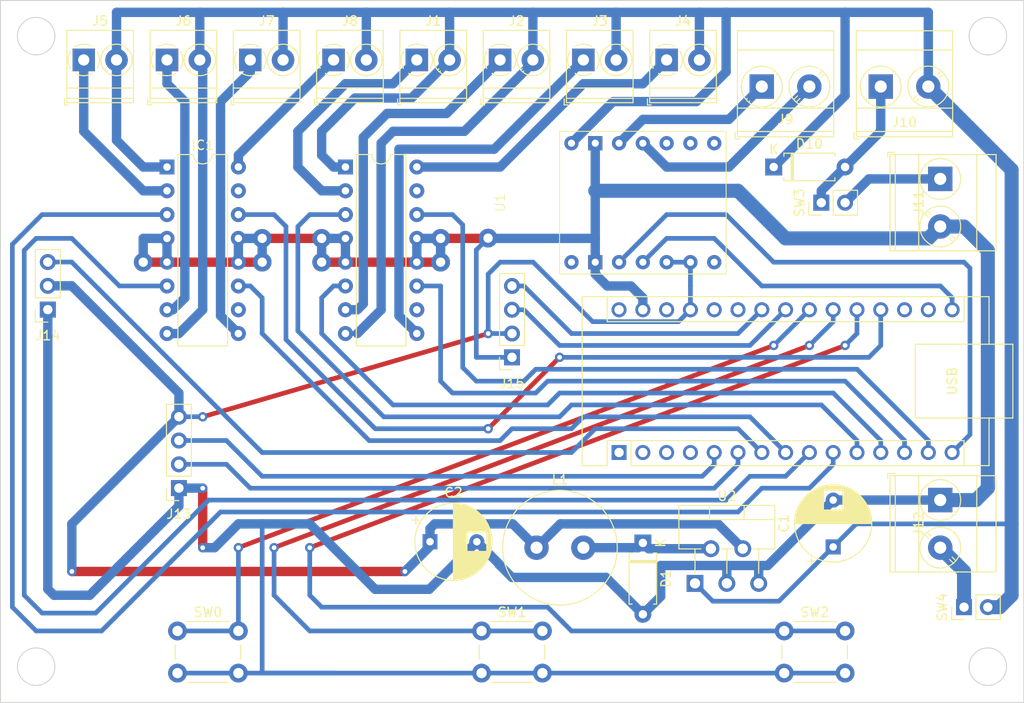
<source format=kicad_pcb>
(kicad_pcb (version 20221018) (generator pcbnew)
  (layers (0 "F.Cu" signal) (31 "B.Cu" signal) (34 "B.Paste" user) (35 "F.Paste" user) (36 "B.SilkS" user "B.Silkscreen") (37 "F.SilkS" user "F.Silkscreen") (38 "B.Mask" user) (39 "F.Mask" user) (44 "Edge.Cuts" user))
  (net 0 "")
  (net 4 "Net-(A1-D2)")
  (net 5 "Net-(A1-D3)")
  (net 6 "Net-(A1-D4)")
  (net 7 "Net-(A1-D5)")
  (net 8 "Net-(A1-D6)")
  (net 9 "Net-(A1-D7)")
  (net 10 "Net-(A1-D8)")
  (net 11 "Net-(A1-D9)")
  (net 12 "Net-(A1-D10)")
  (net 13 "Net-(A1-D11)")
  (net 14 "Net-(A1-D12)")
  (net 15 "Net-(A1-D13)")
  (net 18 "Net-(A1-A0)")
  (net 19 "Net-(A1-A1)")
  (net 20 "Net-(A1-A2)")
  (net 21 "Net-(A1-A3)")
  (net 22 "Net-(A1-A4)")
  (net 23 "Net-(A1-A5)")
  (net 28 "GND")
  (net 29 "Net-(D1-K)")
  (net 30 "+5V")
  (net 31 "Net-(D10-A)")
  (net 32 "Net-(J9-Pin_1)")
  (net 33 "+12V")
  (net 34 "Net-(J9-Pin_2)")
  (net 35 "Net-(IC1-O3)")
  (net 36 "Net-(IC1-O1)")
  (net 37 "Net-(IC1-O2)")
  (net 38 "Net-(IC1-O4)")
  (net 39 "Net-(IC3-O3)")
  (net 40 "Net-(IC3-O1)")
  (net 41 "Net-(IC3-O2)")
  (net 42 "Net-(J12-Pin_2)")
  (net 43 "Net-(IC3-O4)")
  (net 49 "Net-(J11-Pin_1)")
  (footprint "Package_TO_SOT_THT:TO-220-5_P3.4x3.7mm_StaggerOdd_Lead3.8mm_Vertical" (layer "F.Cu") (at 108.438 99.06)
    (fp_text reference "U2")
    (fp_text value "LM2575-5.0BT")
  )
  (footprint "Connector_PinHeader_2.54mm:PinHeader_1x02_P2.54mm_Vertical" (layer "F.Cu") (at 137.16 101.6 90)
    (fp_text reference "SW4")
    (fp_text value "SW_DPST_x2")
  )
  (footprint "TerminalBlock_Phoenix:TerminalBlock_Phoenix_PT-1,5-2-3.5-H_1x02_P3.50mm_Horizontal" (layer "F.Cu") (at 78.74 43.18)
    (fp_text reference "J1")
    (fp_text value "PIN11" hide)
  )
  (footprint "TerminalBlock_Phoenix:TerminalBlock_Phoenix_PT-1,5-2-3.5-H_1x02_P3.50mm_Horizontal" (layer "F.Cu") (at 52.07 43.18)
    (fp_text reference "J6")
    (fp_text value "PIN6")
  )
  (footprint "Inductor_THT:L_Radial_D12.0mm_P5.00mm_Fastron_11P" (layer "F.Cu") (at 91.52 95.25)
    (fp_text reference "L1")
    (fp_text value "330")
  )
  (footprint "Button_Switch_THT:SW_PUSH_6mm" (layer "F.Cu") (at 53.19 104.14)
    (fp_text reference "SW0")
    (fp_text value "PIN_A0")
  )
  (footprint "TerminalBlock_Phoenix:TerminalBlock_Phoenix_PT-1,5-2-3.5-H_1x02_P3.50mm_Horizontal" (layer "F.Cu") (at 60.96 43.18)
    (fp_text reference "J7")
    (fp_text value "PIN5")
  )
  (footprint "TerminalBlock_Phoenix:TerminalBlock_Phoenix_MKDS-3-2-5.08_1x02_P5.08mm_Horizontal" (layer "F.Cu") (at 115.565 46.02)
    (fp_text reference "J9")
    (fp_text value "PUMP")
  )
  (footprint "Connector_PinSocket_2.54mm:PinSocket_1x03_P2.54mm_Vertical" (layer "F.Cu") (at 39.345 69.835 180)
    (fp_text reference "J14")
    (fp_text value "SERVO")
  )
  (footprint "Button_Switch_THT:SW_PUSH_6mm" (layer "F.Cu") (at 117.96 104.14)
    (fp_text reference "SW2")
    (fp_text value "PIN_A2")
  )
  (footprint "Button_Switch_THT:SW_PUSH_6mm" (layer "F.Cu") (at 85.65 104.14)
    (fp_text reference "SW1")
    (fp_text value "PIN_A1")
  )
  (footprint "Package_DIP:DIP-16_W7.62mm" (layer "F.Cu") (at 52.07 54.61)
    (fp_text reference "IC1")
    (fp_text value "ULN2065B")
  )
  (footprint "Connector_PinSocket_2.54mm:PinSocket_1x04_P2.54mm_Vertical" (layer "F.Cu") (at 88.9 74.93 180)
    (fp_text reference "J15")
    (fp_text value "LCD")
  )
  (footprint "Pololu_breakout_DRV8874:Pololu_breakout_DRV8874" (layer "F.Cu") (at 102.87 58.42 90)
    (fp_text reference "U1")
    (fp_text value "~")
  )
  (footprint "TerminalBlock_Phoenix:TerminalBlock_Phoenix_PT-1,5-2-3.5-H_1x02_P3.50mm_Horizontal" (layer "F.Cu") (at 105.41 43.18)
    (fp_text reference "J4")
    (fp_text value "PIN8")
  )
  (footprint "TerminalBlock_Phoenix:TerminalBlock_Phoenix_PT-1,5-2-3.5-H_1x02_P3.50mm_Horizontal" (layer "F.Cu") (at 96.52 43.18)
    (fp_text reference "J3")
    (fp_text value "PIN9")
  )
  (footprint "TerminalBlock_Phoenix:TerminalBlock_Phoenix_PT-1,5-2-3.5-H_1x02_P3.50mm_Horizontal" (layer "F.Cu") (at 69.85 43.18)
    (fp_text reference "J8")
    (fp_text value "PINA0" hide)
  )
  (footprint "TerminalBlock_Phoenix:TerminalBlock_Phoenix_PT-1,5-2-3.5-H_1x02_P3.50mm_Horizontal" (layer "F.Cu") (at 87.63 43.18)
    (fp_text reference "J2")
    (fp_text value "PIN10" hide)
  )
  (footprint "Capacitor_THT:CP_Radial_D8.0mm_P5.00mm" (layer "F.Cu") (at 123.19 95.17 90)
    (fp_text reference "C1")
    (fp_text value "100")
  )
  (footprint "Connector_PinHeader_2.54mm:PinHeader_1x02_P2.54mm_Vertical" (layer "F.Cu") (at 121.92 58.42 90)
    (fp_text reference "SW3")
    (fp_text value "SW_DPST_x2")
  )
  (footprint "Capacitor_THT:CP_Radial_D8.0mm_P5.00mm" (layer "F.Cu") (at 80.147349 94.615)
    (fp_text reference "C2")
    (fp_text value "330")
  )
  (footprint "TerminalBlock_Phoenix:TerminalBlock_Phoenix_PT-1,5-2-3.5-H_1x02_P3.50mm_Horizontal" (layer "F.Cu") (at 43.18 43.18)
    (fp_text reference "J5")
    (fp_text value "PIN7")
  )
  (footprint "Diode_THT:D_A-405_P7.62mm_Horizontal" (layer "F.Cu") (at 102.87 94.742 -90)
    (fp_text reference "D1")
    (fp_text value "1N5819WS")
  )
  (footprint "TerminalBlock_Phoenix:TerminalBlock_Phoenix_MKDS-3-2-5.08_1x02_P5.08mm_Horizontal" (layer "F.Cu") (at 134.62 90.165 -90)
    (fp_text reference "J12")
    (fp_text value "PWR_IN")
  )
  (footprint "Module:Arduino_Nano" (layer "F.Cu") (at 100.33 85.09 90)
    (fp_text reference "A1" hide)
    (fp_text value "Arduino_Nano_v3.x" hide)
  )
  (footprint "TerminalBlock_Phoenix:TerminalBlock_Phoenix_MKDS-3-2-5.08_1x02_P5.08mm_Horizontal" (layer "F.Cu") (at 134.62 55.88 -90)
    (fp_text reference "J11")
    (fp_text value "FILTER_SENSOR")
  )
  (footprint "TerminalBlock_Phoenix:TerminalBlock_Phoenix_MKDS-3-2-5.08_1x02_P5.08mm_Horizontal" (layer "F.Cu") (at 128.265 46.02)
    (fp_text reference "J10")
    (fp_text value "FILTER_PUMP")
  )
  (footprint "Connector_PinSocket_2.54mm:PinSocket_1x04_P2.54mm_Vertical" (layer "F.Cu") (at 53.34 88.89 180)
    (fp_text reference "J13")
    (fp_text value "HX711")
  )
  (footprint "Package_DIP:DIP-16_W7.62mm" (layer "F.Cu") (at 71.12 54.61)
    (fp_text reference "IC3" hide)
    (fp_text value "ULN2065B")
  )
  (footprint "Diode_THT:D_A-405_P7.62mm_Horizontal" (layer "F.Cu") (at 116.84 54.61)
    (fp_text reference "D10")
    (fp_text value "1N5819WS")
  )
  (gr_circle (center 139.7 107.95) (end 141.7 107.95) (stroke (width 0.1)) (fill none) (layer "Edge.Cuts"))
  (gr_circle (center 139.7 40.64) (end 141.7 40.64) (stroke (width 0.1)) (fill none) (layer "Edge.Cuts"))
  (gr_circle (center 38.1 40.64) (end 40.1 40.64) (stroke (width 0.1)) (fill none) (layer "Edge.Cuts"))
  (gr_circle (center 38.1 107.95) (end 40.1 107.95) (stroke (width 0.1)) (fill none) (layer "Edge.Cuts"))
  (gr_rect (start 34.29 36.83) (end 143.5354 111.77) (stroke (width 0.1)) (fill none) (layer "Edge.Cuts"))
  (segment (start 110.49 86.36) (end 110.49 85.09) (width 0.5) (layer "B.Cu") (net 4))
  (segment (start 53.34 83.81) (end 58.41 83.81) (width 0.5) (layer "B.Cu") (net 4))
  (segment (start 62.23 87.63) (end 109.22 87.63) (width 0.5) (layer "B.Cu") (net 4))
  (segment (start 109.22 87.63) (end 110.49 86.36) (width 0.5) (layer "B.Cu") (net 4))
  (segment (start 58.41 83.81) (end 62.23 87.63) (width 0.5) (layer "B.Cu") (net 4))
  (segment (start 58.41 86.35) (end 53.34 86.35) (width 0.5) (layer "B.Cu") (net 5))
  (segment (start 113.03 86.36) (end 110.49 88.9) (width 0.5) (layer "B.Cu") (net 5))
  (segment (start 110.49 88.9) (end 60.96 88.9) (width 0.5) (layer "B.Cu") (net 5))
  (segment (start 113.03 85.09) (end 113.03 86.36) (width 0.5) (layer "B.Cu") (net 5))
  (segment (start 60.96 88.9) (end 58.41 86.35) (width 0.5) (layer "B.Cu") (net 5))
  (segment (start 62.23 85.09) (end 95.25 85.09) (width 0.5) (layer "B.Cu") (net 6))
  (segment (start 95.25 85.09) (end 97.79 82.55) (width 0.5) (layer "B.Cu") (net 6))
  (segment (start 41.895 64.755) (end 62.23 85.09) (width 0.5) (layer "B.Cu") (net 6))
  (segment (start 113.03 82.55) (end 115.57 85.09) (width 0.5) (layer "B.Cu") (net 6))
  (segment (start 39.345 64.755) (end 41.895 64.755) (width 0.5) (layer "B.Cu") (net 6))
  (segment (start 97.79 82.55) (end 113.03 82.55) (width 0.5) (layer "B.Cu") (net 6))
  (segment (start 62.23 72.39) (end 73.66 83.82) (width 0.5) (layer "B.Cu") (net 7))
  (segment (start 62.23 68.58) (end 62.23 72.39) (width 0.5) (layer "B.Cu") (net 7))
  (segment (start 95.25 82.55) (end 96.52 81.28) (width 0.5) (layer "B.Cu") (net 7))
  (segment (start 60.96 67.31) (end 62.23 68.58) (width 0.5) (layer "B.Cu") (net 7))
  (segment (start 73.66 83.82) (end 87.63 83.82) (width 0.5) (layer "B.Cu") (net 7))
  (segment (start 114.3 81.28) (end 118.11 85.09) (width 0.5) (layer "B.Cu") (net 7))
  (segment (start 87.63 83.82) (end 88.9 82.55) (width 0.5) (layer "B.Cu") (net 7))
  (segment (start 88.9 82.55) (end 95.25 82.55) (width 0.5) (layer "B.Cu") (net 7))
  (segment (start 96.52 81.28) (end 114.3 81.28) (width 0.5) (layer "B.Cu") (net 7))
  (segment (start 59.69 67.31) (end 60.96 67.31) (width 0.5) (layer "B.Cu") (net 7))
  (segment (start 46.99 67.31) (end 52.07 67.31) (width 0.5) (layer "B.Cu") (net 8))
  (segment (start 38.1 62.23) (end 41.91 62.23) (width 0.5) (layer "B.Cu") (net 8))
  (segment (start 38.735 102.235) (end 36.83 100.33) (width 0.5) (layer "B.Cu") (net 8))
  (segment (start 120.65 85.09) (end 118.11 87.63) (width 0.5) (layer "B.Cu") (net 8))
  (segment (start 44.45 102.235) (end 38.735 102.235) (width 0.5) (layer "B.Cu") (net 8))
  (segment (start 56.515 90.17) (end 44.45 102.235) (width 0.5) (layer "B.Cu") (net 8))
  (segment (start 36.83 100.33) (end 36.83 63.5) (width 0.5) (layer "B.Cu") (net 8))
  (segment (start 114.3 87.63) (end 111.76 90.17) (width 0.5) (layer "B.Cu") (net 8))
  (segment (start 118.11 87.63) (end 114.3 87.63) (width 0.5) (layer "B.Cu") (net 8))
  (segment (start 41.91 62.23) (end 46.99 67.31) (width 0.5) (layer "B.Cu") (net 8))
  (segment (start 36.83 63.5) (end 38.1 62.23) (width 0.5) (layer "B.Cu") (net 8))
  (segment (start 111.76 90.17) (end 56.515 90.17) (width 0.5) (layer "B.Cu") (net 8))
  (segment (start 52.07 59.69) (end 38.735 59.69) (width 0.5) (layer "B.Cu") (net 9))
  (segment (start 38.735 59.69) (end 35.56 62.865) (width 0.5) (layer "B.Cu") (net 9))
  (segment (start 57.785 91.44) (end 113.03 91.44) (width 0.5) (layer "B.Cu") (net 9))
  (segment (start 35.56 62.865) (end 35.56 101.6) (width 0.5) (layer "B.Cu") (net 9))
  (segment (start 120.65 88.9) (end 123.19 86.36) (width 0.5) (layer "B.Cu") (net 9))
  (segment (start 123.19 86.36) (end 123.19 85.09) (width 0.5) (layer "B.Cu") (net 9))
  (segment (start 115.57 88.9) (end 120.65 88.9) (width 0.5) (layer "B.Cu") (net 9))
  (segment (start 35.56 101.6) (end 38.1 104.14) (width 0.5) (layer "B.Cu") (net 9))
  (segment (start 113.03 91.44) (end 115.57 88.9) (width 0.5) (layer "B.Cu") (net 9))
  (segment (start 38.1 104.14) (end 45.085 104.14) (width 0.5) (layer "B.Cu") (net 9))
  (segment (start 45.085 104.14) (end 57.785 91.44) (width 0.5) (layer "B.Cu") (net 9))
  (segment (start 93.98 81.28) (end 75.21005 81.28) (width 0.5) (layer "B.Cu") (net 10))
  (segment (start 66.04 72.10995) (end 66.04 70.540101) (width 0.5) (layer "B.Cu") (net 10))
  (segment (start 125.73 85.09) (end 125.73 83.81) (width 0.5) (layer "B.Cu") (net 10))
  (segment (start 125.73 83.81) (end 121.93 80.01) (width 0.5) (layer "B.Cu") (net 10))
  (segment (start 75.21005 81.28) (end 66.04 72.10995) (width 0.5) (layer "B.Cu") (net 10))
  (segment (start 121.93 80.01) (end 95.25 80.01) (width 0.5) (layer "B.Cu") (net 10))
  (segment (start 66.04 70.540101) (end 66.04 60.96) (width 0.5) (layer "B.Cu") (net 10))
  (segment (start 95.25 80.01) (end 93.98 81.28) (width 0.5) (layer "B.Cu") (net 10))
  (segment (start 66.04 60.96) (end 67.31 59.69) (width 0.5) (layer "B.Cu") (net 10))
  (segment (start 67.31 59.69) (end 71.12 59.69) (width 0.5) (layer "B.Cu") (net 10))
  (segment (start 69.85 67.31) (end 71.12 67.31) (width 0.5) (layer "B.Cu") (net 11))
  (segment (start 68.58 72.39) (end 68.58 68.58) (width 0.5) (layer "B.Cu") (net 11))
  (segment (start 92.71 80.01) (end 76.2 80.01) (width 0.5) (layer "B.Cu") (net 11))
  (segment (start 123.2 78.74) (end 93.98 78.74) (width 0.5) (layer "B.Cu") (net 11))
  (segment (start 68.58 68.58) (end 69.85 67.31) (width 0.5) (layer "B.Cu") (net 11))
  (segment (start 128.27 85.09) (end 128.27 83.81) (width 0.5) (layer "B.Cu") (net 11))
  (segment (start 93.98 78.74) (end 92.71 80.01) (width 0.5) (layer "B.Cu") (net 11))
  (segment (start 128.27 83.81) (end 123.2 78.74) (width 0.5) (layer "B.Cu") (net 11))
  (segment (start 76.2 80.01) (end 68.58 72.39) (width 0.5) (layer "B.Cu") (net 11))
  (segment (start 82.55 78.74) (end 91.44 78.74) (width 0.5) (layer "B.Cu") (net 12))
  (segment (start 92.71 77.47) (end 124.47 77.47) (width 0.5) (layer "B.Cu") (net 12))
  (segment (start 81.28 67.31) (end 81.28 77.47) (width 0.5) (layer "B.Cu") (net 12))
  (segment (start 124.47 77.47) (end 130.81 83.81) (width 0.5) (layer "B.Cu") (net 12))
  (segment (start 91.44 78.74) (end 92.71 77.47) (width 0.5) (layer "B.Cu") (net 12))
  (segment (start 81.28 77.47) (end 82.55 78.74) (width 0.5) (layer "B.Cu") (net 12))
  (segment (start 130.81 83.81) (end 130.81 85.09) (width 0.5) (layer "B.Cu") (net 12))
  (segment (start 78.74 67.31) (end 81.28 67.31) (width 0.5) (layer "B.Cu") (net 12))
  (segment (start 82.55 59.69) (end 83.64 60.78) (width 0.5) (layer "B.Cu") (net 13))
  (segment (start 83.64 76.02) (end 85.09 77.47) (width 0.5) (layer "B.Cu") (net 13))
  (segment (start 78.74 59.69) (end 82.55 59.69) (width 0.5) (layer "B.Cu") (net 13))
  (segment (start 91.44 76.2) (end 125.74 76.2) (width 0.5) (layer "B.Cu") (net 13))
  (segment (start 83.64 60.78) (end 83.64 76.02) (width 0.5) (layer "B.Cu") (net 13))
  (segment (start 85.09 77.47) (end 90.17 77.47) (width 0.5) (layer "B.Cu") (net 13))
  (segment (start 90.17 77.47) (end 91.44 76.2) (width 0.5) (layer "B.Cu") (net 13))
  (segment (start 133.35 83.81) (end 133.35 85.09) (width 0.5) (layer "B.Cu") (net 13))
  (segment (start 125.74 76.2) (end 133.35 83.81) (width 0.5) (layer "B.Cu") (net 13))
  (segment (start 116.84 64.77) (end 137.16 64.77) (width 0.5) (layer "B.Cu") (net 14))
  (segment (start 137.795 65.405) (end 137.795 83.185) (width 0.5) (layer "B.Cu") (net 14))
  (segment (start 111.76 59.69) (end 116.84 64.77) (width 0.5) (layer "B.Cu") (net 14))
  (segment (start 137.795 83.185) (end 135.89 85.09) (width 0.5) (layer "B.Cu") (net 14))
  (segment (start 105.41 59.69) (end 111.76 59.69) (width 0.5) (layer "B.Cu") (net 14))
  (segment (start 100.33 64.77) (end 105.41 59.69) (width 0.5) (layer "B.Cu") (net 14))
  (segment (start 137.16 64.77) (end 137.795 65.405) (width 0.5) (layer "B.Cu") (net 14))
  (segment (start 102.87 64.77) (end 105.41 62.23) (width 0.5) (layer "B.Cu") (net 15))
  (segment (start 134.63 67.31) (end 135.89 68.57) (width 0.5) (layer "B.Cu") (net 15))
  (segment (start 115.57 67.31) (end 134.63 67.31) (width 0.5) (layer "B.Cu") (net 15))
  (segment (start 110.49 62.23) (end 115.57 67.31) (width 0.5) (layer "B.Cu") (net 15))
  (segment (start 135.89 68.57) (end 135.89 69.85) (width 0.5) (layer "B.Cu") (net 15))
  (segment (start 105.41 62.23) (end 110.49 62.23) (width 0.5) (layer "B.Cu") (net 15))
  (segment (start 86.36 82.55) (end 93.98 74.93) (width 0.5) (layer "F.Cu") (net 18))
  (via (at 93.98 74.93) (size 1) (drill 0.5) (layers "F.Cu" "B.Cu") (net 18))
  (via (at 86.36 82.55) (size 1) (drill 0.5) (layers "F.Cu" "B.Cu") (net 18))
  (segment (start 64.77 73.025) (end 64.77 60.96) (width 0.5) (layer "B.Cu") (net 18))
  (segment (start 74.295 82.55) (end 64.77 73.025) (width 0.5) (layer "B.Cu") (net 18))
  (segment (start 128.27 73.66) (end 128.27 69.85) (width 0.5) (layer "B.Cu") (net 18))
  (segment (start 127 74.93) (end 128.27 73.66) (width 0.5) (layer "B.Cu") (net 18))
  (segment (start 93.98 74.93) (end 127 74.93) (width 0.5) (layer "B.Cu") (net 18))
  (segment (start 63.5 59.69) (end 59.69 59.69) (width 0.5) (layer "B.Cu") (net 18))
  (segment (start 64.77 60.96) (end 63.5 59.69) (width 0.5) (layer "B.Cu") (net 18))
  (segment (start 86.36 82.55) (end 74.295 82.55) (width 0.5) (layer "B.Cu") (net 18))
  (segment (start 67.31 95.25) (end 124.46 73.66) (width 0.5) (layer "F.Cu") (net 19))
  (via (at 67.31 95.25) (size 1) (drill 0.5) (layers "F.Cu" "B.Cu") (net 19))
  (via (at 124.46 73.66) (size 1) (drill 0.5) (layers "F.Cu" "B.Cu") (net 19))
  (segment (start 117.96 104.14) (end 124.46 104.14) (width 0.5) (layer "B.Cu") (net 19))
  (segment (start 125.73 72.39) (end 124.46 73.66) (width 0.5) (layer "B.Cu") (net 19))
  (segment (start 95.25 104.14) (end 117.96 104.14) (width 0.5) (layer "B.Cu") (net 19))
  (segment (start 68.58 101.6) (end 92.71 101.6) (width 0.5) (layer "B.Cu") (net 19))
  (segment (start 67.31 100.33) (end 68.58 101.6) (width 0.5) (layer "B.Cu") (net 19))
  (segment (start 67.31 95.25) (end 67.31 100.33) (width 0.5) (layer "B.Cu") (net 19))
  (segment (start 92.71 101.6) (end 95.25 104.14) (width 0.5) (layer "B.Cu") (net 19))
  (segment (start 125.73 69.85) (end 125.73 72.39) (width 0.5) (layer "B.Cu") (net 19))
  (segment (start 63.5 95.25) (end 120.65 73.66) (width 0.5) (layer "F.Cu") (net 20))
  (via (at 63.5 95.25) (size 1) (drill 0.5) (layers "F.Cu" "B.Cu") (net 20))
  (via (at 120.65 73.66) (size 1) (drill 0.5) (layers "F.Cu" "B.Cu") (net 20))
  (segment (start 123.19 71.12) (end 120.65 73.66) (width 0.5) (layer "B.Cu") (net 20))
  (segment (start 123.19 69.85) (end 123.19 71.12) (width 0.5) (layer "B.Cu") (net 20))
  (segment (start 63.5 100.33) (end 67.31 104.14) (width 0.5) (layer "B.Cu") (net 20))
  (segment (start 67.31 104.14) (end 85.65 104.14) (width 0.5) (layer "B.Cu") (net 20))
  (segment (start 85.65 104.14) (end 92.15 104.14) (width 0.5) (layer "B.Cu") (net 20))
  (segment (start 63.5 95.25) (end 63.5 100.33) (width 0.5) (layer "B.Cu") (net 20))
  (segment (start 59.69 95.25) (end 116.84 73.66) (width 0.5) (layer "F.Cu") (net 21))
  (via (at 116.84 73.66) (size 1) (drill 0.5) (layers "F.Cu" "B.Cu") (net 21))
  (via (at 59.69 95.25) (size 1) (drill 0.5) (layers "F.Cu" "B.Cu") (net 21))
  (segment (start 59.69 95.25) (end 59.69 104.14) (width 0.5) (layer "B.Cu") (net 21))
  (segment (start 120.65 69.85) (end 116.84 73.66) (width 0.5) (layer "B.Cu") (net 21))
  (segment (start 53.19 104.14) (end 59.69 104.14) (width 0.5) (layer "B.Cu") (net 21))
  (segment (start 93.98 73.66) (end 114.3 73.66) (width 0.5) (layer "B.Cu") (net 22))
  (segment (start 114.3 73.66) (end 118.11 69.85) (width 0.5) (layer "B.Cu") (net 22))
  (segment (start 90.17 69.85) (end 93.98 73.66) (width 0.5) (layer "B.Cu") (net 22))
  (segment (start 88.9 69.85) (end 90.17 69.85) (width 0.5) (layer "B.Cu") (net 22))
  (segment (start 113.03 72.39) (end 115.57 69.85) (width 0.5) (layer "B.Cu") (net 23))
  (segment (start 88.9 67.31) (end 90.17 67.31) (width 0.5) (layer "B.Cu") (net 23))
  (segment (start 95.25 72.39) (end 113.03 72.39) (width 0.5) (layer "B.Cu") (net 23))
  (segment (start 90.17 67.31) (end 95.25 72.39) (width 0.5) (layer "B.Cu") (net 23))
  (segment (start 81.28 62.23) (end 86.32029 62.23) (width 1) (layer "F.Cu") (net 28))
  (segment (start 59.69 64.77) (end 62.23 64.77) (width 1) (layer "F.Cu") (net 28))
  (segment (start 62.23 62.23) (end 68.58 62.23) (width 1) (layer "F.Cu") (net 28))
  (segment (start 55.88 88.9) (end 55.88 95.25) (width 1) (layer "F.Cu") (net 28))
  (segment (start 78.74 64.77) (end 81.28 64.77) (width 1) (layer "F.Cu") (net 28))
  (segment (start 68.58 64.77) (end 71.12 64.77) (width 1) (layer "F.Cu") (net 28))
  (segment (start 71.12 64.77) (end 78.74 64.77) (width 1) (layer "F.Cu") (net 28))
  (segment (start 49.53 64.77) (end 52.07 64.77) (width 1) (layer "F.Cu") (net 28))
  (segment (start 52.07 64.77) (end 59.69 64.77) (width 1) (layer "F.Cu") (net 28))
  (via (at 81.28 64.77) (size 2) (drill 1) (layers "F.Cu" "B.Cu") (net 28))
  (via (at 62.23 64.77) (size 2) (drill 1) (layers "F.Cu" "B.Cu") (net 28))
  (via (at 55.88 88.9) (size 1) (drill 0.5) (layers "F.Cu" "B.Cu") (net 28))
  (via (at 49.53 64.77) (size 2) (drill 1) (layers "F.Cu" "B.Cu") (net 28))
  (via (at 68.58 62.23) (size 2) (drill 1) (layers "F.Cu" "B.Cu") (net 28))
  (via (at 62.23 62.23) (size 2) (drill 1) (layers "F.Cu" "B.Cu") (net 28))
  (via (at 55.88 95.25) (size 1) (drill 0.5) (layers "F.Cu" "B.Cu") (net 28))
  (via (at 68.58 64.77) (size 2) (drill 1) (layers "F.Cu" "B.Cu") (net 28))
  (via (at 86.346763 62.203527) (size 2) (drill 1) (layers "F.Cu" "B.Cu") (net 28))
  (via (at 81.28 62.23) (size 2) (drill 1) (layers "F.Cu" "B.Cu") (net 28))
  (segment (start 57.15 95.25) (end 55.88 95.25) (width 1) (layer "B.Cu") (net 28))
  (segment (start 134.615 90.17) (end 134.62 90.165) (width 1) (layer "B.Cu") (net 28))
  (segment (start 71.12 62.23) (end 71.12 64.77) (width 1) (layer "B.Cu") (net 28))
  (segment (start 62.23 92.71) (end 62.23 108.64) (width 0.5) (layer "B.Cu") (net 28))
  (segment (start 97.79 57.15) (end 113.03 57.15) (width 1.5) (layer "B.Cu") (net 28))
  (segment (start 53.34 88.89) (end 55.87 88.89) (width 1) (layer "B.Cu") (net 28))
  (segment (start 102.87 68.58) (end 102.87 69.85) (width 1) (layer "B.Cu") (net 28))
  (segment (start 133.35 62.23) (end 134.62 60.96) (width 1.5) (layer "B.Cu") (net 28))
  (segment (start 52.07 62.23) (end 52.07 64.77) (width 1) (layer "B.Cu") (net 28))
  (segment (start 123.195 90.165) (end 123.19 90.17) (width 1) (layer "B.Cu") (net 28))
  (segment (start 82.55 108.64) (end 85.65 108.64) (width 0.5) (layer "B.Cu") (net 28))
  (segment (start 78.74 62.23) (end 81.28 62.23) (width 1) (layer "B.Cu") (net 28))
  (segment (start 111.838 99.06) (end 111.838 97.233) (width 1) (layer "B.Cu") (net 28))
  (segment (start 97.79 52.07) (end 97.79 62.23) (width 1) (layer "B.Cu") (net 28))
  (segment (start 53.19 108.64) (end 69.85 108.64) (width 0.5) (layer "B.Cu") (net 28))
  (segment (start 81.28 62.23) (end 81.28 64.77) (width 1) (layer "B.Cu") (net 28))
  (segment (start 134.62 90.17) (end 138.425 90.17) (width 1.5) (layer "B.Cu") (net 28))
  (segment (start 97.79 62.23) (end 97.79 64.77) (width 1) (layer "B.Cu") (net 28))
  (segment (start 59.69 92.71) (end 57.15 95.25) (width 1) (layer "B.Cu") (net 28))
  (segment (start 86.373236 62.23) (end 97.79 62.23) (width 1) (layer "B.Cu") (net 28))
  (segment (start 123.19 90.17) (end 116.205 97.155) (width 1) (layer "B.Cu") (net 28))
  (segment (start 98.933 98.425) (end 102.87 102.362) (width 1) (layer "B.Cu") (net 28))
  (segment (start 62.23 108.64) (end 69.85 108.64) (width 0.5) (layer "B.Cu") (net 28))
  (segment (start 62.23 92.71) (end 59.69 92.71) (width 1) (layer "B.Cu") (net 28))
  (segment (start 134.62 90.165) (end 123.195 90.165) (width 1) (layer "B.Cu") (net 28))
  (segment (start 139.7 88.895) (end 139.7 63.505) (width 1.5) (layer "B.Cu") (net 28))
  (segment (start 86.346763 62.203527) (end 85.09 63.46029) (width 0.5) (layer "B.Cu") (net 28))
  (segment (start 111.76 97.155) (end 104.775 97.155) (width 1) (layer "B.Cu") (net 28))
  (segment (start 71.12 62.23) (end 68.58 62.23) (width 1) (layer "B.Cu") (net 28))
  (segment (start 115.238 99.06) (end 115.238 97.458) (width 1) (layer "B.Cu") (net 28))
  (segment (start 104.775 100.457) (end 102.87 102.362) (width 1) (layer "B.Cu") (net 28))
  (segment (start 68.58 62.23) (end 68.58 64.77) (width 1) (layer "B.Cu") (net 28))
  (segment (start 113.03 57.15) (end 118.11 62.23) (width 1.5) (layer "B.Cu") (net 28))
  (segment (start 115.238 97.458) (end 114.935 97.155) (width 1) (layer "B.Cu") (net 28))
  (segment (start 86.32029 62.23) (end 86.346763 62.203527) (width 1) (layer "B.Cu") (net 28))
  (segment (start 55.87 88.89) (end 55.88 88.9) (width 0.5) (layer "B.Cu") (net 28))
  (segment (start 85.09 63.46029) (end 85.09 74.93) (width 0.5) (layer "B.Cu") (net 28))
  (segment (start 40.005 100.33) (end 43.815 100.33) (width 1) (layer "B.Cu") (net 28))
  (segment (start 49.53 62.23) (end 49.53 64.77) (width 1) (layer "B.Cu") (net 28))
  (segment (start 52.07 62.23) (end 49.53 62.23) (width 1) (layer "B.Cu") (net 28))
  (segment (start 88.9 98.425) (end 98.933 98.425) (width 1) (layer "B.Cu") (net 28))
  (segment (start 67.31 92.71) (end 62.23 92.71) (width 1) (layer "B.Cu") (net 28))
  (segment (start 78.74 62.23) (end 78.74 64.77) (width 1) (layer "B.Cu") (net 28))
  (segment (start 62.23 62.23) (end 62.23 64.77) (width 1) (layer "B.Cu") (net 28))
  (segment (start 59.69 62.23) (end 59.69 64.77) (width 1) (layer "B.Cu") (net 28))
  (segment (start 138.425 90.17) (end 139.7 88.895) (width 1.5) (layer "B.Cu") (net 28))
  (segment (start 80.067349 99.695) (end 74.295 99.695) (width 1) (layer "B.Cu") (net 28))
  (segment (start 116.205 97.155) (end 114.935 97.155) (width 1) (layer "B.Cu") (net 28))
  (segment (start 87.532349 97.057349) (end 88.9 98.425) (width 1) (layer "B.Cu") (net 28))
  (segment (start 59.69 62.23) (end 62.23 62.23) (width 1) (layer "B.Cu") (net 28))
  (segment (start 74.295 99.695) (end 67.31 92.71) (width 1) (layer "B.Cu") (net 28))
  (segment (start 139.7 63.505) (end 137.16 60.965) (width 1.5) (layer "B.Cu") (net 28))
  (segment (start 99.06 67.31) (end 101.6 67.31) (width 1) (layer "B.Cu") (net 28))
  (segment (start 85.147349 94.615) (end 87.532349 97) (width 1) (layer "B.Cu") (net 28))
  (segment (start 101.6 67.31) (end 102.87 68.58) (width 1) (layer "B.Cu") (net 28))
  (segment (start 86.346763 62.203527) (end 86.373236 62.23) (width 1) (layer "B.Cu") (net 28))
  (segment (start 97.79 66.04) (end 99.06 67.31) (width 1) (layer "B.Cu") (net 28))
  (segment (start 43.815 100.33) (end 53.34 90.805) (width 1) (layer "B.Cu") (net 28))
  (segment (start 85.147349 94.615) (end 80.067349 99.695) (width 1) (layer "B.Cu") (net 28))
  (segment (start 39.345 69.835) (end 39.345 99.67) (width 1) (layer "B.Cu") (net 28))
  (segment (start 97.79 64.77) (end 97.79 66.04) (width 1) (layer "B.Cu") (net 28))
  (segment (start 111.838 97.233) (end 111.76 97.155) (width 1) (layer "B.Cu") (net 28))
  (segment (start 39.345 99.67) (end 40.005 100.33) (width 1) (layer "B.Cu") (net 28))
  (segment (start 114.935 97.155) (end 111.76 97.155) (width 1) (layer "B.Cu") (net 28))
  (segment (start 53.34 90.805) (end 53.34 88.89) (width 1) (layer "B.Cu") (net 28))
  (segment (start 69.85 108.64) (end 82.55 108.64) (width 0.5) (layer "B.Cu") (net 28))
  (segment (start 118.11 62.23) (end 133.35 62.23) (width 1.5) (layer "B.Cu") (net 28))
  (segment (start 85.09 74.93) (end 88.9 74.93) (width 0.5) (layer "B.Cu") (net 28))
  (segment (start 124.46 108.64) (end 85.65 108.64) (width 0.5) (layer "B.Cu") (net 28))
  (segment (start 87.532349 97) (end 87.532349 97.057349) (width 1) (layer "B.Cu") (net 28))
  (segment (start 104.775 97.155) (end 104.775 100.457) (width 1) (layer "B.Cu") (net 28))
  (segment (start 137.16 60.965) (end 134.62 60.965) (width 1.5) (layer "B.Cu") (net 28))
  (segment (start 102.362 95.25) (end 102.87 94.742) (width 1) (layer "B.Cu") (net 29))
  (segment (start 96.52 95.25) (end 102.362 95.25) (width 1) (layer "B.Cu") (net 29))
  (segment (start 110.138 95.36) (end 103.488 95.36) (width 1) (layer "B.Cu") (net 29))
  (segment (start 103.488 95.36) (end 102.87 94.742) (width 1) (layer "B.Cu") (net 29))
  (segment (start 77.47 97.79) (end 41.91 97.79) (width 1) (layer "F.Cu") (net 30))
  (segment (start 55.88 81.28) (end 86.36 72.39) (width 0.5) (layer "F.Cu") (net 30))
  (via (at 86.36 72.39) (size 1) (drill 0.5) (layers "F.Cu" "B.Cu") (net 30))
  (via (at 41.91 97.79) (size 1) (drill 0.5) (layers "F.Cu" "B.Cu") (net 30))
  (via (at 55.88 81.28) (size 1) (drill 0.5) (layers "F.Cu" "B.Cu") (net 30))
  (via (at 77.47 97.79) (size 1) (drill 0.5) (layers "F.Cu" "B.Cu") (net 30))
  (segment (start 53.34 81.27) (end 55.87 81.27) (width 0.5) (layer "B.Cu") (net 30))
  (segment (start 107.95 64.77) (end 107.95 67.31) (width 0.5) (layer "B.Cu") (net 30))
  (segment (start 110.888 92.71) (end 113.538 95.36) (width 1) (layer "B.Cu") (net 30))
  (segment (start 107.95 67.31) (end 107.95 69.85) (width 0.5) (layer "B.Cu") (net 30))
  (segment (start 86.36 72.39) (end 86.36 66.04) (width 0.5) (layer "B.Cu") (net 30))
  (segment (start 80.645 92.71) (end 80.147349 93.207651) (width 1) (layer "B.Cu") (net 30))
  (segment (start 106.68 71.12) (end 107.95 69.85) (width 0.5) (layer "B.Cu") (net 30))
  (segment (start 94.06 92.71) (end 110.888 92.71) (width 1) (layer "B.Cu") (net 30))
  (segment (start 41.91 92.7) (end 53.34 81.27) (width 1) (layer "B.Cu") (net 30))
  (segment (start 88.98 92.71) (end 80.645 92.71) (width 1) (layer "B.Cu") (net 30))
  (segment (start 80.147349 93.207651) (end 80.147349 94.615) (width 1) (layer "B.Cu") (net 30))
  (segment (start 41.895 67.295) (end 53.34 78.74) (width 1) (layer "B.Cu") (net 30))
  (segment (start 91.52 95.25) (end 94.06 92.71) (width 1) (layer "B.Cu") (net 30))
  (segment (start 97.50995 71.12) (end 106.68 71.12) (width 0.5) (layer "B.Cu") (net 30))
  (segment (start 91.52 95.25) (end 88.98 92.71) (width 1) (layer "B.Cu") (net 30))
  (segment (start 87.63 64.77) (end 91.15995 64.77) (width 0.5) (layer "B.Cu") (net 30))
  (segment (start 88.9 72.39) (end 86.36 72.39) (width 0.5) (layer "B.Cu") (net 30))
  (segment (start 41.91 97.79) (end 41.91 92.7) (width 1) (layer "B.Cu") (net 30))
  (segment (start 86.36 66.04) (end 87.63 64.77) (width 0.5) (layer "B.Cu") (net 30))
  (segment (start 55.87 81.27) (end 55.88 81.28) (width 0.5) (layer "B.Cu") (net 30))
  (segment (start 105.41 64.77) (end 107.95 64.77) (width 0.5) (layer "B.Cu") (net 30))
  (segment (start 80.147349 95.112651) (end 80.147349 94.615) (width 0.5) (layer "B.Cu") (net 30))
  (segment (start 77.47 97.79) (end 80.147349 95.112651) (width 1) (layer "B.Cu") (net 30))
  (segment (start 91.15995 64.77) (end 97.50995 71.12) (width 0.5) (layer "B.Cu") (net 30))
  (segment (start 39.345 67.295) (end 41.895 67.295) (width 1) (layer "B.Cu") (net 30))
  (segment (start 53.34 78.74) (end 53.34 81.27) (width 1) (layer "B.Cu") (net 30))
  (segment (start 125.73 53.34) (end 128.265 50.805) (width 1) (layer "B.Cu") (net 31))
  (segment (start 121.92 58.42) (end 121.92 57.15) (width 1) (layer "B.Cu") (net 31))
  (segment (start 121.92 57.15) (end 125.73 53.34) (width 1) (layer "B.Cu") (net 31))
  (segment (start 128.265 50.805) (end 128.265 46.02) (width 1) (layer "B.Cu") (net 31))
  (segment (start 102.87 49.53) (end 112.055 49.53) (width 1) (layer "B.Cu") (net 32))
  (segment (start 100.33 52.07) (end 102.87 49.53) (width 1) (layer "B.Cu") (net 32))
  (segment (start 112.055 49.53) (end 115.565 46.02) (width 1) (layer "B.Cu") (net 32))
  (segment (start 55.88 69.85) (end 55.88 43.49) (width 1) (layer "B.Cu") (net 33))
  (segment (start 142.24 92.71) (end 142.24 54.915) (width 1.5) (layer "B.Cu") (net 33))
  (segment (start 55.57 38.1) (end 64.46 38.1) (width 1) (layer "B.Cu") (net 33))
  (segment (start 108.91 43.18) (end 108.91 38.1) (width 1) (layer "B.Cu") (net 33))
  (segment (start 74.93 69.85) (end 74.93 52.07) (width 1) (layer "B.Cu") (net 33))
  (segment (start 123.19 95.17) (end 125.65 92.71) (width 0.5) (layer "B.Cu") (net 33))
  (segment (start 139.7 101.6) (end 140.97 101.6) (width 1.5) (layer "B.Cu") (net 33))
  (segment (start 76.2 50.8) (end 83.82 50.8) (width 1) (layer "B.Cu") (net 33))
  (segment (start 72.39 72.39) (end 74.93 69.85) (width 1) (layer "B.Cu") (net 33))
  (segment (start 71.12 72.39) (end 72.39 72.39) (width 0.5) (layer "B.Cu") (net 33))
  (segment (start 95.25 52.07) (end 99.695 47.625) (width 1) (layer "B.Cu") (net 33))
  (segment (start 55.57 43.18) (end 55.57 38.1) (width 1) (layer "B.Cu") (net 33))
  (segment (start 64.46 38.1) (end 73.35 38.1) (width 1) (layer "B.Cu") (net 33))
  (segment (start 46.68 51.76) (end 49.53 54.61) (width 1) (layer "B.Cu") (net 33))
  (segment (start 53.34 72.39) (end 55.88 69.85) (width 1) (layer "B.Cu") (net 33))
  (segment (start 91.13 43.18) (end 91.13 38.1) (width 1) (layer "B.Cu") (net 33))
  (segment (start 124.46 38.1) (end 111.76 38.1) (width 1) (layer "B.Cu") (net 33))
  (segment (start 52.07 72.39) (end 53.34 72.39) (width 1) (layer "B.Cu") (net 33))
  (segment (start 73.35 43.18) (end 73.35 38.1) (width 1) (layer "B.Cu") (net 33))
  (segment (start 91.13 38.1) (end 100.02 38.1) (width 1) (layer "B.Cu") (net 33))
  (segment (start 125.65 92.71) (end 142.24 92.71) (width 0.5) (layer "B.Cu") (net 33))
  (segment (start 133.35 38.1) (end 124.46 38.1) (width 1) (layer "B.Cu") (net 33))
  (segment (start 99.695 47.625) (end 108.585 47.625) (width 1) (layer "B.Cu") (net 33))
  (segment (start 133.345 46.02) (end 133.345 38.105) (width 1) (layer "B.Cu") (net 33))
  (segment (start 111.76 44.45) (end 111.76 38.1) (width 1) (layer "B.Cu") (net 33))
  (segment (start 72.136 47.244) (end 78.176 47.244) (width 1) (layer "B.Cu") (net 33))
  (segment (start 71.12 54.61) (end 69.85 54.61) (width 1) (layer "B.Cu") (net 33))
  (segment (start 110.343 100.965) (end 117.395 100.965) (width 0.5) (layer "B.Cu") (net 33))
  (segment (start 117.395 100.965) (end 123.19 95.17) (width 0.5) (layer "B.Cu") (net 33))
  (segment (start 46.68 43.18) (end 46.68 51.76) (width 1) (layer "B.Cu") (net 33))
  (segment (start 133.345 38.105) (end 133.35 38.1) (width 1) (layer "B.Cu") (net 33))
  (segment (start 83.82 50.8) (end 91.13 43.49) (width 1) (layer "B.Cu") (net 33))
  (segment (start 55.88 43.49) (end 55.57 43.18) (width 0.5) (layer "B.Cu") (net 33))
  (segment (start 69.85 54.61) (end 68.58 53.34) (width 1) (layer "B.Cu") (net 33))
  (segment (start 100.02 43.18) (end 100.02 38.1) (width 1) (layer "B.Cu") (net 33))
  (segment (start 49.53 54.61) (end 52.07 54.61) (width 1) (layer "B.Cu") (net 33))
  (segment (start 108.438 99.06) (end 110.343 100.965) (width 0.5) (layer "B.Cu") (net 33))
  (segment (start 78.176 47.244) (end 82.24 43.18) (width 1) (layer "B.Cu") (net 33))
  (segment (start 82.24 38.1) (end 91.13 38.1) (width 1) (layer "B.Cu") (net 33))
  (segment (start 142.24 100.33) (end 142.24 92.71) (width 1.5) (layer "B.Cu") (net 33))
  (segment (start 46.68 38.1) (end 55.57 38.1) (width 1) (layer "B.Cu") (net 33))
  (segment (start 124.46 46.99) (end 124.46 38.1) (width 1) (layer "B.Cu") (net 33))
  (segment (start 82.24 43.18) (end 82.24 38.1) (width 1) (layer "B.Cu") (net 33))
  (segment (start 73.35 38.1) (end 82.24 38.1) (width 1) (layer "B.Cu") (net 33))
  (segment (start 100.02 38.1) (end 108.91 38.1) (width 1) (layer "B.Cu") (net 33))
  (segment (start 74.93 52.07) (end 76.2 50.8) (width 1) (layer "B.Cu") (net 33))
  (segment (start 116.84 54.61) (end 124.46 46.99) (width 1) (layer "B.Cu") (net 33))
  (segment (start 68.58 50.8) (end 72.136 47.244) (width 1) (layer "B.Cu") (net 33))
  (segment (start 64.46 43.18) (end 64.46 38.1) (width 1) (layer "B.Cu") (net 33))
  (segment (start 108.585 47.625) (end 111.76 44.45) (width 1) (layer "B.Cu") (net 33))
  (segment (start 46.68 43.18) (end 46.68 38.1) (width 1) (layer "B.Cu") (net 33))
  (segment (start 142.24 54.915) (end 133.345 46.02) (width 1.5) (layer "B.Cu") (net 33))
  (segment (start 140.97 101.6) (end 142.24 100.33) (width 1.5) (layer "B.Cu") (net 33))
  (segment (start 91.13 43.49) (end 91.13 43.18) (width 0.5) (layer "B.Cu") (net 33))
  (segment (start 108.91 38.1) (end 111.76 38.1) (width 1) (layer "B.Cu") (net 33))
  (segment (start 68.58 53.34) (end 68.58 50.8) (width 1) (layer "B.Cu") (net 33))
  (segment (start 102.87 52.07) (end 105.41 54.61) (width 1) (layer "B.Cu") (net 34))
  (segment (start 105.41 54.61) (end 112.055 54.61) (width 1) (layer "B.Cu") (net 34))
  (segment (start 112.055 54.61) (end 120.645 46.02) (width 1) (layer "B.Cu") (net 34))
  (segment (start 57.785 47.625) (end 60.96 44.45) (width 1) (layer "B.Cu") (net 35))
  (segment (start 60.96 44.45) (end 60.96 43.18) (width 1) (layer "B.Cu") (net 35))
  (segment (start 57.785 70.485) (end 57.785 47.625) (width 1) (layer "B.Cu") (net 35))
  (segment (start 59.69 72.39) (end 57.785 70.485) (width 1) (layer "B.Cu") (net 35))
  (segment (start 49.53 57.15) (end 52.07 57.15) (width 1) (layer "B.Cu") (net 36))
  (segment (start 43.18 43.18) (end 43.18 50.8) (width 1) (layer "B.Cu") (net 36))
  (segment (start 43.18 50.8) (end 49.53 57.15) (width 1) (layer "B.Cu") (net 36))
  (segment (start 52.705 69.85) (end 52.07 69.85) (width 1) (layer "B.Cu") (net 37))
  (segment (start 52.07 43.18) (end 52.07 45.72) (width 1) (layer "B.Cu") (net 37))
  (segment (start 53.975 47.625) (end 53.975 68.58) (width 1) (layer "B.Cu") (net 37))
  (segment (start 52.07 45.72) (end 53.975 47.625) (width 1) (layer "B.Cu") (net 37))
  (segment (start 53.975 68.58) (end 52.705 69.85) (width 1) (layer "B.Cu") (net 37))
  (segment (start 59.69 53.34) (end 69.85 43.18) (width 1) (layer "B.Cu") (net 38))
  (segment (start 59.69 54.61) (end 59.69 53.34) (width 1) (layer "B.Cu") (net 38))
  (segment (start 76.835 52.705) (end 86.995 52.705) (width 1) (layer "B.Cu") (net 39))
  (segment (start 76.835 70.485) (end 76.835 52.705) (width 1) (layer "B.Cu") (net 39))
  (segment (start 78.74 72.39) (end 76.835 70.485) (width 1) (layer "B.Cu") (net 39))
  (segment (start 86.995 52.705) (end 96.52 43.18) (width 1) (layer "B.Cu") (net 39))
  (segment (start 71.12 57.15) (end 68.58 57.15) (width 1) (layer "B.Cu") (net 40))
  (segment (start 66.04 50.8) (end 71.12 45.72) (width 1) (layer "B.Cu") (net 40))
  (segment (start 76.2 45.72) (end 78.74 43.18) (width 1) (layer "B.Cu") (net 40))
  (segment (start 68.58 57.15) (end 66.04 54.61) (width 1) (layer "B.Cu") (net 40))
  (segment (start 66.04 54.61) (end 66.04 50.8) (width 1) (layer "B.Cu") (net 40))
  (segment (start 71.12 45.72) (end 76.2 45.72) (width 1) (layer "B.Cu") (net 40))
  (segment (start 81.915 48.895) (end 87.63 43.18) (width 1) (layer "B.Cu") (net 41))
  (segment (start 71.12 69.85) (end 72.39 69.85) (width 1) (layer "B.Cu") (net 41))
  (segment (start 72.39 69.85) (end 73.025 69.215) (width 1) (layer "B.Cu") (net 41))
  (segment (start 75.565 48.895) (end 81.915 48.895) (width 1) (layer "B.Cu") (net 41))
  (segment (start 73.025 69.215) (end 73.025 51.435) (width 1) (layer "B.Cu") (net 41))
  (segment (start 73.025 51.435) (end 75.565 48.895) (width 1) (layer "B.Cu") (net 41))
  (segment (start 137.16 97.785) (end 137.16 101.6) (width 1.5) (layer "B.Cu") (net 42))
  (segment (start 134.62 95.245) (end 137.16 97.785) (width 1.5) (layer "B.Cu") (net 42))
  (segment (start 102.87 45.72) (end 105.41 43.18) (width 1) (layer "B.Cu") (net 43))
  (segment (start 87.63 54.61) (end 96.52 45.72) (width 1) (layer "B.Cu") (net 43))
  (segment (start 96.52 45.72) (end 102.87 45.72) (width 1) (layer "B.Cu") (net 43))
  (segment (start 78.74 54.61) (end 87.63 54.61) (width 1) (layer "B.Cu") (net 43))
  (segment (start 124.46 58.42) (end 127 55.88) (width 1) (layer "B.Cu") (net 49))
  (segment (start 127 55.88) (end 134.62 55.88) (width 1) (layer "B.Cu") (net 49))
)
</source>
